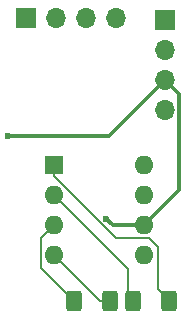
<source format=gbl>
G04 #@! TF.GenerationSoftware,KiCad,Pcbnew,8.0.4*
G04 #@! TF.CreationDate,2024-07-24T14:50:23+09:00*
G04 #@! TF.ProjectId,VR-Conditioner-MAX9926+reg,56522d43-6f6e-4646-9974-696f6e65722d,3.7*
G04 #@! TF.SameCoordinates,PX68c4118PY713e7a8*
G04 #@! TF.FileFunction,Copper,L2,Bot*
G04 #@! TF.FilePolarity,Positive*
%FSLAX46Y46*%
G04 Gerber Fmt 4.6, Leading zero omitted, Abs format (unit mm)*
G04 Created by KiCad (PCBNEW 8.0.4) date 2024-07-24 14:50:23*
%MOMM*%
%LPD*%
G01*
G04 APERTURE LIST*
G04 Aperture macros list*
%AMRoundRect*
0 Rectangle with rounded corners*
0 $1 Rounding radius*
0 $2 $3 $4 $5 $6 $7 $8 $9 X,Y pos of 4 corners*
0 Add a 4 corners polygon primitive as box body*
4,1,4,$2,$3,$4,$5,$6,$7,$8,$9,$2,$3,0*
0 Add four circle primitives for the rounded corners*
1,1,$1+$1,$2,$3*
1,1,$1+$1,$4,$5*
1,1,$1+$1,$6,$7*
1,1,$1+$1,$8,$9*
0 Add four rect primitives between the rounded corners*
20,1,$1+$1,$2,$3,$4,$5,0*
20,1,$1+$1,$4,$5,$6,$7,0*
20,1,$1+$1,$6,$7,$8,$9,0*
20,1,$1+$1,$8,$9,$2,$3,0*%
G04 Aperture macros list end*
G04 #@! TA.AperFunction,ComponentPad*
%ADD10R,1.600000X1.600000*%
G04 #@! TD*
G04 #@! TA.AperFunction,ComponentPad*
%ADD11O,1.600000X1.600000*%
G04 #@! TD*
G04 #@! TA.AperFunction,ComponentPad*
%ADD12R,1.700000X1.700000*%
G04 #@! TD*
G04 #@! TA.AperFunction,ComponentPad*
%ADD13O,1.700000X1.700000*%
G04 #@! TD*
G04 #@! TA.AperFunction,SMDPad,CuDef*
%ADD14RoundRect,0.250000X-0.400000X-0.625000X0.400000X-0.625000X0.400000X0.625000X-0.400000X0.625000X0*%
G04 #@! TD*
G04 #@! TA.AperFunction,SMDPad,CuDef*
%ADD15RoundRect,0.250000X0.400000X0.625000X-0.400000X0.625000X-0.400000X-0.625000X0.400000X-0.625000X0*%
G04 #@! TD*
G04 #@! TA.AperFunction,ViaPad*
%ADD16C,0.600000*%
G04 #@! TD*
G04 #@! TA.AperFunction,Conductor*
%ADD17C,0.300000*%
G04 #@! TD*
G04 #@! TA.AperFunction,Conductor*
%ADD18C,0.200000*%
G04 #@! TD*
G04 APERTURE END LIST*
D10*
G04 #@! TO.P,J1,1,Pin_1*
G04 #@! TO.N,Net-(J1-Pin_1)*
X9207500Y16510000D03*
D11*
G04 #@! TO.P,J1,2,Pin_2*
G04 #@! TO.N,Net-(J1-Pin_2)*
X9207500Y13970000D03*
G04 #@! TO.P,J1,3,Pin_3*
G04 #@! TO.N,Net-(J1-Pin_3)*
X9207500Y11430000D03*
G04 #@! TO.P,J1,4,Pin_4*
G04 #@! TO.N,Net-(J1-Pin_4)*
X9207500Y8890000D03*
G04 #@! TO.P,J1,5,Pin_5*
G04 #@! TO.N,VCC*
X16827500Y8890000D03*
G04 #@! TO.P,J1,6,Pin_6*
G04 #@! TO.N,GND*
X16827500Y11430000D03*
G04 #@! TO.P,J1,7,Pin_7*
G04 #@! TO.N,/COUT2*
X16827500Y13970000D03*
G04 #@! TO.P,J1,8,Pin_8*
G04 #@! TO.N,/COUT1*
X16827500Y16510000D03*
G04 #@! TD*
D12*
G04 #@! TO.P,J3,1,Pin_1*
G04 #@! TO.N,Net-(J3-Pin_1)*
X6880000Y29000000D03*
D13*
G04 #@! TO.P,J3,2,Pin_2*
G04 #@! TO.N,unconnected-(J3-Pin_2-Pad2)*
X9420000Y29000000D03*
G04 #@! TO.P,J3,3,Pin_3*
G04 #@! TO.N,unconnected-(J3-Pin_3-Pad3)*
X11960000Y29000000D03*
G04 #@! TO.P,J3,4,Pin_4*
G04 #@! TO.N,unconnected-(J3-Pin_4-Pad4)*
X14500000Y29000000D03*
G04 #@! TD*
D12*
G04 #@! TO.P,J2,1,Pin_1*
G04 #@! TO.N,VCC*
X18625000Y28800000D03*
D13*
G04 #@! TO.P,J2,2,Pin_2*
G04 #@! TO.N,Net-(J2-Pin_2)*
X18625000Y26260000D03*
G04 #@! TO.P,J2,3,Pin_3*
G04 #@! TO.N,GND*
X18625000Y23720000D03*
G04 #@! TO.P,J2,4,Pin_4*
G04 #@! TO.N,Net-(J2-Pin_4)*
X18625000Y21180000D03*
G04 #@! TD*
D14*
G04 #@! TO.P,R23,1*
G04 #@! TO.N,Net-(J1-Pin_3)*
X10900000Y5000000D03*
G04 #@! TO.P,R23,2*
G04 #@! TO.N,Net-(J1-Pin_4)*
X14000000Y5000000D03*
G04 #@! TD*
D15*
G04 #@! TO.P,R13,1*
G04 #@! TO.N,Net-(J1-Pin_1)*
X19000000Y5000000D03*
G04 #@! TO.P,R13,2*
G04 #@! TO.N,Net-(J1-Pin_2)*
X15900000Y5000000D03*
G04 #@! TD*
D16*
G04 #@! TO.N,GND*
X13652500Y11972990D03*
X5325000Y19000000D03*
G04 #@! TD*
D17*
G04 #@! TO.N,GND*
X13652500Y12065000D02*
X13652500Y12065000D01*
X19825000Y22520000D02*
X19825000Y14427500D01*
X13905000Y19000000D02*
X18625000Y23720000D01*
X18625000Y23720000D02*
X19825000Y22520000D01*
X14195490Y11430000D02*
X16827500Y11430000D01*
X5325000Y19000000D02*
X13905000Y19000000D01*
X19825000Y14427500D02*
X16827500Y11430000D01*
X13652500Y11972990D02*
X14195490Y11430000D01*
D18*
G04 #@! TO.N,Net-(J1-Pin_2)*
X15500000Y7677500D02*
X9207500Y13970000D01*
X15900000Y5000000D02*
X15500000Y5400000D01*
X15500000Y5400000D02*
X15500000Y7677500D01*
G04 #@! TO.N,Net-(J1-Pin_1)*
X18000000Y9613135D02*
X17283135Y10330000D01*
X17283135Y10330000D02*
X14446961Y10330000D01*
X14446961Y10330000D02*
X9207500Y15569461D01*
X18000000Y6000000D02*
X18000000Y9613135D01*
X9207500Y15569461D02*
X9207500Y16510000D01*
X19000000Y5000000D02*
X18000000Y6000000D01*
G04 #@! TO.N,Net-(J1-Pin_4)*
X9207500Y8890000D02*
X13097500Y5000000D01*
X13097500Y5000000D02*
X14000000Y5000000D01*
G04 #@! TO.N,Net-(J1-Pin_3)*
X8107500Y7792500D02*
X8107500Y10330000D01*
X8107500Y10330000D02*
X9207500Y11430000D01*
X10900000Y5000000D02*
X8107500Y7792500D01*
G04 #@! TD*
M02*

</source>
